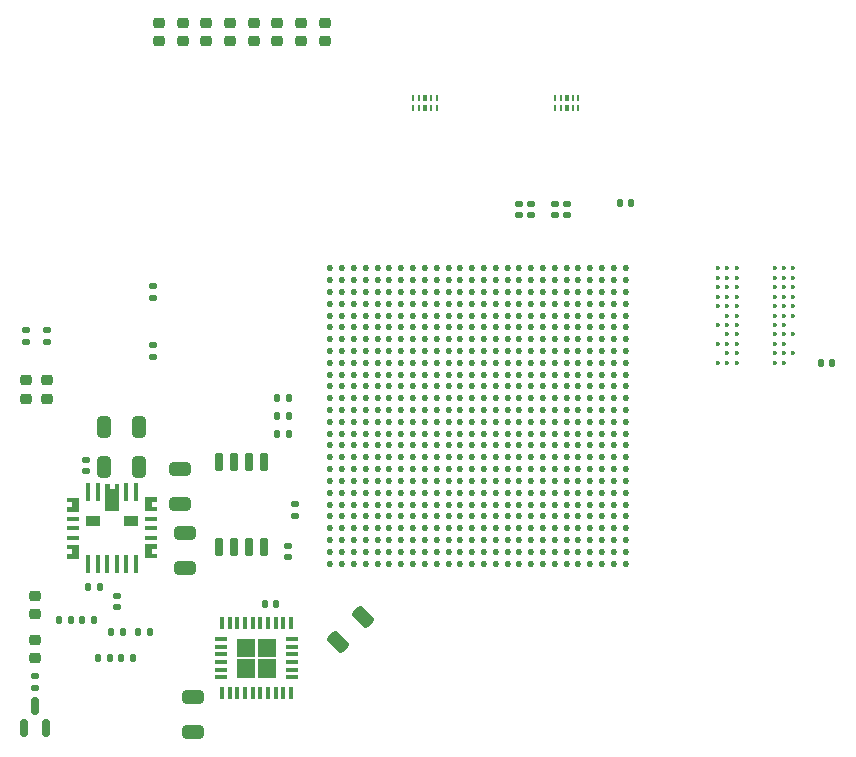
<source format=gtp>
G04 #@! TF.GenerationSoftware,KiCad,Pcbnew,6.0.11+dfsg-1*
G04 #@! TF.CreationDate,2023-08-05T12:29:55+02:00*
G04 #@! TF.ProjectId,kintex-pcie,6b696e74-6578-42d7-9063-69652e6b6963,rev?*
G04 #@! TF.SameCoordinates,Original*
G04 #@! TF.FileFunction,Paste,Top*
G04 #@! TF.FilePolarity,Positive*
%FSLAX46Y46*%
G04 Gerber Fmt 4.6, Leading zero omitted, Abs format (unit mm)*
G04 Created by KiCad (PCBNEW 6.0.11+dfsg-1) date 2023-08-05 12:29:55*
%MOMM*%
%LPD*%
G01*
G04 APERTURE LIST*
G04 Aperture macros list*
%AMRoundRect*
0 Rectangle with rounded corners*
0 $1 Rounding radius*
0 $2 $3 $4 $5 $6 $7 $8 $9 X,Y pos of 4 corners*
0 Add a 4 corners polygon primitive as box body*
4,1,4,$2,$3,$4,$5,$6,$7,$8,$9,$2,$3,0*
0 Add four circle primitives for the rounded corners*
1,1,$1+$1,$2,$3*
1,1,$1+$1,$4,$5*
1,1,$1+$1,$6,$7*
1,1,$1+$1,$8,$9*
0 Add four rect primitives between the rounded corners*
20,1,$1+$1,$2,$3,$4,$5,0*
20,1,$1+$1,$4,$5,$6,$7,0*
20,1,$1+$1,$6,$7,$8,$9,0*
20,1,$1+$1,$8,$9,$2,$3,0*%
%AMFreePoly0*
4,1,9,0.550000,-0.975000,-0.550000,-0.975000,-0.550000,-0.625000,-0.050000,-0.625000,-0.050000,-0.175000,-0.550000,-0.175000,-0.550000,0.175000,0.550000,0.175000,0.550000,-0.975000,0.550000,-0.975000,$1*%
%AMFreePoly1*
4,1,9,1.750000,-0.975000,-0.550000,-0.975000,-0.550000,-0.625000,-0.050000,-0.625000,-0.050000,-0.175000,-0.550000,-0.175000,-0.550000,0.175000,1.750000,0.175000,1.750000,-0.975000,1.750000,-0.975000,$1*%
G04 Aperture macros list end*
%ADD10RoundRect,0.135000X-0.135000X-0.185000X0.135000X-0.185000X0.135000X0.185000X-0.135000X0.185000X0*%
%ADD11RoundRect,0.135000X0.185000X-0.135000X0.185000X0.135000X-0.185000X0.135000X-0.185000X-0.135000X0*%
%ADD12RoundRect,0.135000X0.135000X0.185000X-0.135000X0.185000X-0.135000X-0.185000X0.135000X-0.185000X0*%
%ADD13RoundRect,0.218750X-0.256250X0.218750X-0.256250X-0.218750X0.256250X-0.218750X0.256250X0.218750X0*%
%ADD14R,0.250000X0.610000*%
%ADD15R,0.380000X0.610000*%
%ADD16C,0.530000*%
%ADD17RoundRect,0.218750X0.256250X-0.218750X0.256250X0.218750X-0.256250X0.218750X-0.256250X-0.218750X0*%
%ADD18RoundRect,0.140000X0.170000X-0.140000X0.170000X0.140000X-0.170000X0.140000X-0.170000X-0.140000X0*%
%ADD19RoundRect,0.250000X0.650000X-0.325000X0.650000X0.325000X-0.650000X0.325000X-0.650000X-0.325000X0*%
%ADD20RoundRect,0.250000X0.325000X0.650000X-0.325000X0.650000X-0.325000X-0.650000X0.325000X-0.650000X0*%
%ADD21R,0.990600X0.355600*%
%ADD22R,0.355600X0.990600*%
%ADD23RoundRect,0.140000X-0.140000X-0.170000X0.140000X-0.170000X0.140000X0.170000X-0.140000X0.170000X0*%
%ADD24RoundRect,0.135000X-0.185000X0.135000X-0.185000X-0.135000X0.185000X-0.135000X0.185000X0.135000X0*%
%ADD25RoundRect,0.150000X-0.150000X0.650000X-0.150000X-0.650000X0.150000X-0.650000X0.150000X0.650000X0*%
%ADD26FreePoly0,180.000000*%
%ADD27R,1.092200X0.355600*%
%ADD28R,0.355600X1.498600*%
%ADD29FreePoly1,270.000000*%
%ADD30FreePoly0,0.000000*%
%ADD31R,1.143000X0.812800*%
%ADD32RoundRect,0.140000X0.140000X0.170000X-0.140000X0.170000X-0.140000X-0.170000X0.140000X-0.170000X0*%
%ADD33RoundRect,0.150000X0.150000X-0.587500X0.150000X0.587500X-0.150000X0.587500X-0.150000X-0.587500X0*%
%ADD34C,0.360000*%
%ADD35RoundRect,0.140000X-0.170000X0.140000X-0.170000X-0.140000X0.170000X-0.140000X0.170000X0.140000X0*%
%ADD36RoundRect,0.250000X-0.650000X0.325000X-0.650000X-0.325000X0.650000X-0.325000X0.650000X0.325000X0*%
%ADD37RoundRect,0.250000X0.229810X-0.689429X0.689429X-0.229810X-0.229810X0.689429X-0.689429X0.229810X0*%
G04 APERTURE END LIST*
G36*
X68650000Y-105900000D02*
G01*
X67097400Y-105900000D01*
X67097400Y-104347400D01*
X68650000Y-104347400D01*
X68650000Y-105900000D01*
G37*
G36*
X70402600Y-105900000D02*
G01*
X68850000Y-105900000D01*
X68850000Y-104347400D01*
X70402600Y-104347400D01*
X70402600Y-105900000D01*
G37*
G36*
X68650000Y-107652600D02*
G01*
X67097400Y-107652600D01*
X67097400Y-106100000D01*
X68650000Y-106100000D01*
X68650000Y-107652600D01*
G37*
G36*
X70402600Y-107652600D02*
G01*
X68850000Y-107652600D01*
X68850000Y-106100000D01*
X70402600Y-106100000D01*
X70402600Y-107652600D01*
G37*
D10*
X51990000Y-102750000D03*
X53010000Y-102750000D03*
D11*
X60000000Y-80510000D03*
X60000000Y-79490000D03*
D12*
X58310000Y-106000000D03*
X57290000Y-106000000D03*
D10*
X56390000Y-103800000D03*
X57410000Y-103800000D03*
D13*
X72500000Y-52212500D03*
X72500000Y-53787500D03*
D14*
X94000000Y-59410000D03*
X94500000Y-59410000D03*
D15*
X95000000Y-59410000D03*
D14*
X95500000Y-59410000D03*
X96000000Y-59410000D03*
X96000000Y-58590000D03*
X95500000Y-58590000D03*
D15*
X95000000Y-58590000D03*
D14*
X94500000Y-58590000D03*
X94000000Y-58590000D03*
D13*
X66500000Y-52212500D03*
X66500000Y-53787500D03*
D10*
X53980000Y-102750000D03*
X55000000Y-102750000D03*
D14*
X82000000Y-59410000D03*
X82500000Y-59410000D03*
D15*
X83000000Y-59410000D03*
D14*
X83500000Y-59410000D03*
X84000000Y-59410000D03*
X84000000Y-58590000D03*
X83500000Y-58590000D03*
D15*
X83000000Y-58590000D03*
D14*
X82500000Y-58590000D03*
X82000000Y-58590000D03*
D16*
X100000000Y-98000000D03*
X99000000Y-98000000D03*
X98000000Y-98000000D03*
X97000000Y-98000000D03*
X96000000Y-98000000D03*
X95000000Y-98000000D03*
X94000000Y-98000000D03*
X93000000Y-98000000D03*
X92000000Y-98000000D03*
X91000000Y-98000000D03*
X90000000Y-98000000D03*
X89000000Y-98000000D03*
X88000000Y-98000000D03*
X87000000Y-98000000D03*
X86000000Y-98000000D03*
X85000000Y-98000000D03*
X84000000Y-98000000D03*
X83000000Y-98000000D03*
X82000000Y-98000000D03*
X81000000Y-98000000D03*
X80000000Y-98000000D03*
X79000000Y-98000000D03*
X78000000Y-98000000D03*
X77000000Y-98000000D03*
X76000000Y-98000000D03*
X75000000Y-98000000D03*
X100000000Y-78000000D03*
X99000000Y-78000000D03*
X98000000Y-78000000D03*
X97000000Y-78000000D03*
X96000000Y-78000000D03*
X95000000Y-78000000D03*
X94000000Y-78000000D03*
X93000000Y-78000000D03*
X92000000Y-78000000D03*
X91000000Y-78000000D03*
X90000000Y-78000000D03*
X89000000Y-78000000D03*
X88000000Y-78000000D03*
X87000000Y-78000000D03*
X86000000Y-78000000D03*
X85000000Y-78000000D03*
X84000000Y-78000000D03*
X83000000Y-78000000D03*
X82000000Y-78000000D03*
X81000000Y-78000000D03*
X80000000Y-78000000D03*
X79000000Y-78000000D03*
X78000000Y-78000000D03*
X77000000Y-78000000D03*
X76000000Y-78000000D03*
X75000000Y-78000000D03*
X100000000Y-77000000D03*
X99000000Y-77000000D03*
X98000000Y-77000000D03*
X97000000Y-77000000D03*
X96000000Y-77000000D03*
X95000000Y-77000000D03*
X94000000Y-77000000D03*
X93000000Y-77000000D03*
X92000000Y-77000000D03*
X91000000Y-77000000D03*
X90000000Y-77000000D03*
X89000000Y-77000000D03*
X88000000Y-77000000D03*
X87000000Y-77000000D03*
X86000000Y-77000000D03*
X85000000Y-77000000D03*
X84000000Y-77000000D03*
X83000000Y-77000000D03*
X82000000Y-77000000D03*
X81000000Y-77000000D03*
X80000000Y-77000000D03*
X79000000Y-77000000D03*
X78000000Y-77000000D03*
X77000000Y-77000000D03*
X76000000Y-77000000D03*
X75000000Y-77000000D03*
X100000000Y-76000000D03*
X99000000Y-76000000D03*
X98000000Y-76000000D03*
X97000000Y-76000000D03*
X96000000Y-76000000D03*
X95000000Y-76000000D03*
X94000000Y-76000000D03*
X93000000Y-76000000D03*
X92000000Y-76000000D03*
X91000000Y-76000000D03*
X90000000Y-76000000D03*
X89000000Y-76000000D03*
X88000000Y-76000000D03*
X87000000Y-76000000D03*
X86000000Y-76000000D03*
X85000000Y-76000000D03*
X84000000Y-76000000D03*
X83000000Y-76000000D03*
X82000000Y-76000000D03*
X81000000Y-76000000D03*
X80000000Y-76000000D03*
X79000000Y-76000000D03*
X78000000Y-76000000D03*
X77000000Y-76000000D03*
X76000000Y-76000000D03*
X75000000Y-76000000D03*
X100000000Y-75000000D03*
X99000000Y-75000000D03*
X98000000Y-75000000D03*
X97000000Y-75000000D03*
X96000000Y-75000000D03*
X95000000Y-75000000D03*
X94000000Y-75000000D03*
X93000000Y-75000000D03*
X92000000Y-75000000D03*
X91000000Y-75000000D03*
X90000000Y-75000000D03*
X89000000Y-75000000D03*
X88000000Y-75000000D03*
X87000000Y-75000000D03*
X86000000Y-75000000D03*
X85000000Y-75000000D03*
X84000000Y-75000000D03*
X83000000Y-75000000D03*
X82000000Y-75000000D03*
X81000000Y-75000000D03*
X80000000Y-75000000D03*
X79000000Y-75000000D03*
X78000000Y-75000000D03*
X77000000Y-75000000D03*
X76000000Y-75000000D03*
X75000000Y-75000000D03*
X100000000Y-74000000D03*
X99000000Y-74000000D03*
X98000000Y-74000000D03*
X97000000Y-74000000D03*
X96000000Y-74000000D03*
X95000000Y-74000000D03*
X94000000Y-74000000D03*
X93000000Y-74000000D03*
X92000000Y-74000000D03*
X91000000Y-74000000D03*
X90000000Y-74000000D03*
X89000000Y-74000000D03*
X88000000Y-74000000D03*
X87000000Y-74000000D03*
X86000000Y-74000000D03*
X85000000Y-74000000D03*
X84000000Y-74000000D03*
X83000000Y-74000000D03*
X82000000Y-74000000D03*
X81000000Y-74000000D03*
X80000000Y-74000000D03*
X79000000Y-74000000D03*
X78000000Y-74000000D03*
X77000000Y-74000000D03*
X76000000Y-74000000D03*
X75000000Y-74000000D03*
X100000000Y-73000000D03*
X99000000Y-73000000D03*
X98000000Y-73000000D03*
X97000000Y-73000000D03*
X96000000Y-73000000D03*
X95000000Y-73000000D03*
X94000000Y-73000000D03*
X93000000Y-73000000D03*
X92000000Y-73000000D03*
X91000000Y-73000000D03*
X90000000Y-73000000D03*
X89000000Y-73000000D03*
X88000000Y-73000000D03*
X87000000Y-73000000D03*
X86000000Y-73000000D03*
X85000000Y-73000000D03*
X84000000Y-73000000D03*
X83000000Y-73000000D03*
X82000000Y-73000000D03*
X81000000Y-73000000D03*
X80000000Y-73000000D03*
X79000000Y-73000000D03*
X78000000Y-73000000D03*
X77000000Y-73000000D03*
X76000000Y-73000000D03*
X75000000Y-73000000D03*
X100000000Y-97000000D03*
X99000000Y-97000000D03*
X98000000Y-97000000D03*
X97000000Y-97000000D03*
X96000000Y-97000000D03*
X95000000Y-97000000D03*
X94000000Y-97000000D03*
X93000000Y-97000000D03*
X92000000Y-97000000D03*
X91000000Y-97000000D03*
X90000000Y-97000000D03*
X89000000Y-97000000D03*
X88000000Y-97000000D03*
X87000000Y-97000000D03*
X86000000Y-97000000D03*
X85000000Y-97000000D03*
X84000000Y-97000000D03*
X83000000Y-97000000D03*
X82000000Y-97000000D03*
X81000000Y-97000000D03*
X80000000Y-97000000D03*
X79000000Y-97000000D03*
X78000000Y-97000000D03*
X77000000Y-97000000D03*
X76000000Y-97000000D03*
X75000000Y-97000000D03*
X100000000Y-96000000D03*
X99000000Y-96000000D03*
X98000000Y-96000000D03*
X97000000Y-96000000D03*
X96000000Y-96000000D03*
X95000000Y-96000000D03*
X94000000Y-96000000D03*
X93000000Y-96000000D03*
X92000000Y-96000000D03*
X91000000Y-96000000D03*
X90000000Y-96000000D03*
X89000000Y-96000000D03*
X88000000Y-96000000D03*
X87000000Y-96000000D03*
X86000000Y-96000000D03*
X85000000Y-96000000D03*
X84000000Y-96000000D03*
X83000000Y-96000000D03*
X82000000Y-96000000D03*
X81000000Y-96000000D03*
X80000000Y-96000000D03*
X79000000Y-96000000D03*
X78000000Y-96000000D03*
X77000000Y-96000000D03*
X76000000Y-96000000D03*
X75000000Y-96000000D03*
X100000000Y-95000000D03*
X99000000Y-95000000D03*
X98000000Y-95000000D03*
X97000000Y-95000000D03*
X96000000Y-95000000D03*
X95000000Y-95000000D03*
X94000000Y-95000000D03*
X93000000Y-95000000D03*
X92000000Y-95000000D03*
X91000000Y-95000000D03*
X90000000Y-95000000D03*
X89000000Y-95000000D03*
X88000000Y-95000000D03*
X87000000Y-95000000D03*
X86000000Y-95000000D03*
X85000000Y-95000000D03*
X84000000Y-95000000D03*
X83000000Y-95000000D03*
X82000000Y-95000000D03*
X81000000Y-95000000D03*
X80000000Y-95000000D03*
X79000000Y-95000000D03*
X78000000Y-95000000D03*
X77000000Y-95000000D03*
X76000000Y-95000000D03*
X75000000Y-95000000D03*
X100000000Y-94000000D03*
X99000000Y-94000000D03*
X98000000Y-94000000D03*
X97000000Y-94000000D03*
X96000000Y-94000000D03*
X95000000Y-94000000D03*
X94000000Y-94000000D03*
X93000000Y-94000000D03*
X92000000Y-94000000D03*
X91000000Y-94000000D03*
X90000000Y-94000000D03*
X89000000Y-94000000D03*
X88000000Y-94000000D03*
X87000000Y-94000000D03*
X86000000Y-94000000D03*
X85000000Y-94000000D03*
X84000000Y-94000000D03*
X83000000Y-94000000D03*
X82000000Y-94000000D03*
X81000000Y-94000000D03*
X80000000Y-94000000D03*
X79000000Y-94000000D03*
X78000000Y-94000000D03*
X77000000Y-94000000D03*
X76000000Y-94000000D03*
X75000000Y-94000000D03*
X100000000Y-93000000D03*
X99000000Y-93000000D03*
X98000000Y-93000000D03*
X97000000Y-93000000D03*
X96000000Y-93000000D03*
X95000000Y-93000000D03*
X94000000Y-93000000D03*
X93000000Y-93000000D03*
X92000000Y-93000000D03*
X91000000Y-93000000D03*
X90000000Y-93000000D03*
X89000000Y-93000000D03*
X88000000Y-93000000D03*
X87000000Y-93000000D03*
X86000000Y-93000000D03*
X85000000Y-93000000D03*
X84000000Y-93000000D03*
X83000000Y-93000000D03*
X82000000Y-93000000D03*
X81000000Y-93000000D03*
X80000000Y-93000000D03*
X79000000Y-93000000D03*
X78000000Y-93000000D03*
X77000000Y-93000000D03*
X76000000Y-93000000D03*
X75000000Y-93000000D03*
X100000000Y-92000000D03*
X99000000Y-92000000D03*
X98000000Y-92000000D03*
X97000000Y-92000000D03*
X96000000Y-92000000D03*
X95000000Y-92000000D03*
X94000000Y-92000000D03*
X93000000Y-92000000D03*
X92000000Y-92000000D03*
X91000000Y-92000000D03*
X90000000Y-92000000D03*
X89000000Y-92000000D03*
X88000000Y-92000000D03*
X87000000Y-92000000D03*
X86000000Y-92000000D03*
X85000000Y-92000000D03*
X84000000Y-92000000D03*
X83000000Y-92000000D03*
X82000000Y-92000000D03*
X81000000Y-92000000D03*
X80000000Y-92000000D03*
X79000000Y-92000000D03*
X78000000Y-92000000D03*
X77000000Y-92000000D03*
X76000000Y-92000000D03*
X75000000Y-92000000D03*
X100000000Y-91000000D03*
X99000000Y-91000000D03*
X98000000Y-91000000D03*
X97000000Y-91000000D03*
X96000000Y-91000000D03*
X95000000Y-91000000D03*
X94000000Y-91000000D03*
X93000000Y-91000000D03*
X92000000Y-91000000D03*
X91000000Y-91000000D03*
X90000000Y-91000000D03*
X89000000Y-91000000D03*
X88000000Y-91000000D03*
X87000000Y-91000000D03*
X86000000Y-91000000D03*
X85000000Y-91000000D03*
X84000000Y-91000000D03*
X83000000Y-91000000D03*
X82000000Y-91000000D03*
X81000000Y-91000000D03*
X80000000Y-91000000D03*
X79000000Y-91000000D03*
X78000000Y-91000000D03*
X77000000Y-91000000D03*
X76000000Y-91000000D03*
X75000000Y-91000000D03*
X100000000Y-90000000D03*
X99000000Y-90000000D03*
X98000000Y-90000000D03*
X97000000Y-90000000D03*
X96000000Y-90000000D03*
X95000000Y-90000000D03*
X94000000Y-90000000D03*
X93000000Y-90000000D03*
X92000000Y-90000000D03*
X91000000Y-90000000D03*
X90000000Y-90000000D03*
X89000000Y-90000000D03*
X88000000Y-90000000D03*
X87000000Y-90000000D03*
X86000000Y-90000000D03*
X85000000Y-90000000D03*
X84000000Y-90000000D03*
X83000000Y-90000000D03*
X82000000Y-90000000D03*
X81000000Y-90000000D03*
X80000000Y-90000000D03*
X79000000Y-90000000D03*
X78000000Y-90000000D03*
X77000000Y-90000000D03*
X76000000Y-90000000D03*
X75000000Y-90000000D03*
X100000000Y-89000000D03*
X99000000Y-89000000D03*
X98000000Y-89000000D03*
X97000000Y-89000000D03*
X96000000Y-89000000D03*
X95000000Y-89000000D03*
X94000000Y-89000000D03*
X93000000Y-89000000D03*
X92000000Y-89000000D03*
X91000000Y-89000000D03*
X90000000Y-89000000D03*
X89000000Y-89000000D03*
X88000000Y-89000000D03*
X87000000Y-89000000D03*
X86000000Y-89000000D03*
X85000000Y-89000000D03*
X84000000Y-89000000D03*
X83000000Y-89000000D03*
X82000000Y-89000000D03*
X81000000Y-89000000D03*
X80000000Y-89000000D03*
X79000000Y-89000000D03*
X78000000Y-89000000D03*
X77000000Y-89000000D03*
X76000000Y-89000000D03*
X75000000Y-89000000D03*
X100000000Y-88000000D03*
X99000000Y-88000000D03*
X98000000Y-88000000D03*
X97000000Y-88000000D03*
X96000000Y-88000000D03*
X95000000Y-88000000D03*
X94000000Y-88000000D03*
X93000000Y-88000000D03*
X92000000Y-88000000D03*
X91000000Y-88000000D03*
X90000000Y-88000000D03*
X89000000Y-88000000D03*
X88000000Y-88000000D03*
X87000000Y-88000000D03*
X86000000Y-88000000D03*
X85000000Y-88000000D03*
X84000000Y-88000000D03*
X83000000Y-88000000D03*
X82000000Y-88000000D03*
X81000000Y-88000000D03*
X80000000Y-88000000D03*
X79000000Y-88000000D03*
X78000000Y-88000000D03*
X77000000Y-88000000D03*
X76000000Y-88000000D03*
X75000000Y-88000000D03*
X100000000Y-87000000D03*
X99000000Y-87000000D03*
X98000000Y-87000000D03*
X97000000Y-87000000D03*
X96000000Y-87000000D03*
X95000000Y-87000000D03*
X94000000Y-87000000D03*
X93000000Y-87000000D03*
X92000000Y-87000000D03*
X91000000Y-87000000D03*
X90000000Y-87000000D03*
X89000000Y-87000000D03*
X88000000Y-87000000D03*
X87000000Y-87000000D03*
X86000000Y-87000000D03*
X85000000Y-87000000D03*
X84000000Y-87000000D03*
X83000000Y-87000000D03*
X82000000Y-87000000D03*
X81000000Y-87000000D03*
X80000000Y-87000000D03*
X79000000Y-87000000D03*
X78000000Y-87000000D03*
X77000000Y-87000000D03*
X76000000Y-87000000D03*
X75000000Y-87000000D03*
X100000000Y-86000000D03*
X99000000Y-86000000D03*
X98000000Y-86000000D03*
X97000000Y-86000000D03*
X96000000Y-86000000D03*
X95000000Y-86000000D03*
X94000000Y-86000000D03*
X93000000Y-86000000D03*
X92000000Y-86000000D03*
X91000000Y-86000000D03*
X90000000Y-86000000D03*
X89000000Y-86000000D03*
X88000000Y-86000000D03*
X87000000Y-86000000D03*
X86000000Y-86000000D03*
X85000000Y-86000000D03*
X84000000Y-86000000D03*
X83000000Y-86000000D03*
X82000000Y-86000000D03*
X81000000Y-86000000D03*
X80000000Y-86000000D03*
X79000000Y-86000000D03*
X78000000Y-86000000D03*
X77000000Y-86000000D03*
X76000000Y-86000000D03*
X75000000Y-86000000D03*
X100000000Y-85000000D03*
X99000000Y-85000000D03*
X98000000Y-85000000D03*
X97000000Y-85000000D03*
X96000000Y-85000000D03*
X95000000Y-85000000D03*
X94000000Y-85000000D03*
X93000000Y-85000000D03*
X92000000Y-85000000D03*
X91000000Y-85000000D03*
X90000000Y-85000000D03*
X89000000Y-85000000D03*
X88000000Y-85000000D03*
X87000000Y-85000000D03*
X86000000Y-85000000D03*
X85000000Y-85000000D03*
X84000000Y-85000000D03*
X83000000Y-85000000D03*
X82000000Y-85000000D03*
X81000000Y-85000000D03*
X80000000Y-85000000D03*
X79000000Y-85000000D03*
X78000000Y-85000000D03*
X77000000Y-85000000D03*
X76000000Y-85000000D03*
X75000000Y-85000000D03*
X100000000Y-84000000D03*
X99000000Y-84000000D03*
X98000000Y-84000000D03*
X97000000Y-84000000D03*
X96000000Y-84000000D03*
X95000000Y-84000000D03*
X94000000Y-84000000D03*
X93000000Y-84000000D03*
X92000000Y-84000000D03*
X91000000Y-84000000D03*
X90000000Y-84000000D03*
X89000000Y-84000000D03*
X88000000Y-84000000D03*
X87000000Y-84000000D03*
X86000000Y-84000000D03*
X85000000Y-84000000D03*
X84000000Y-84000000D03*
X83000000Y-84000000D03*
X82000000Y-84000000D03*
X81000000Y-84000000D03*
X80000000Y-84000000D03*
X79000000Y-84000000D03*
X78000000Y-84000000D03*
X77000000Y-84000000D03*
X76000000Y-84000000D03*
X75000000Y-84000000D03*
X100000000Y-83000000D03*
X99000000Y-83000000D03*
X98000000Y-83000000D03*
X97000000Y-83000000D03*
X96000000Y-83000000D03*
X95000000Y-83000000D03*
X94000000Y-83000000D03*
X93000000Y-83000000D03*
X92000000Y-83000000D03*
X91000000Y-83000000D03*
X90000000Y-83000000D03*
X89000000Y-83000000D03*
X88000000Y-83000000D03*
X87000000Y-83000000D03*
X86000000Y-83000000D03*
X85000000Y-83000000D03*
X84000000Y-83000000D03*
X83000000Y-83000000D03*
X82000000Y-83000000D03*
X81000000Y-83000000D03*
X80000000Y-83000000D03*
X79000000Y-83000000D03*
X78000000Y-83000000D03*
X77000000Y-83000000D03*
X76000000Y-83000000D03*
X75000000Y-83000000D03*
X100000000Y-82000000D03*
X99000000Y-82000000D03*
X98000000Y-82000000D03*
X97000000Y-82000000D03*
X96000000Y-82000000D03*
X95000000Y-82000000D03*
X94000000Y-82000000D03*
X93000000Y-82000000D03*
X92000000Y-82000000D03*
X91000000Y-82000000D03*
X90000000Y-82000000D03*
X89000000Y-82000000D03*
X88000000Y-82000000D03*
X87000000Y-82000000D03*
X86000000Y-82000000D03*
X85000000Y-82000000D03*
X84000000Y-82000000D03*
X83000000Y-82000000D03*
X82000000Y-82000000D03*
X81000000Y-82000000D03*
X80000000Y-82000000D03*
X79000000Y-82000000D03*
X78000000Y-82000000D03*
X77000000Y-82000000D03*
X76000000Y-82000000D03*
X75000000Y-82000000D03*
X100000000Y-81000000D03*
X99000000Y-81000000D03*
X98000000Y-81000000D03*
X97000000Y-81000000D03*
X96000000Y-81000000D03*
X95000000Y-81000000D03*
X94000000Y-81000000D03*
X93000000Y-81000000D03*
X92000000Y-81000000D03*
X91000000Y-81000000D03*
X90000000Y-81000000D03*
X89000000Y-81000000D03*
X88000000Y-81000000D03*
X87000000Y-81000000D03*
X86000000Y-81000000D03*
X85000000Y-81000000D03*
X84000000Y-81000000D03*
X83000000Y-81000000D03*
X82000000Y-81000000D03*
X81000000Y-81000000D03*
X80000000Y-81000000D03*
X79000000Y-81000000D03*
X78000000Y-81000000D03*
X77000000Y-81000000D03*
X76000000Y-81000000D03*
X75000000Y-81000000D03*
X100000000Y-80000000D03*
X99000000Y-80000000D03*
X98000000Y-80000000D03*
X97000000Y-80000000D03*
X96000000Y-80000000D03*
X95000000Y-80000000D03*
X94000000Y-80000000D03*
X93000000Y-80000000D03*
X92000000Y-80000000D03*
X91000000Y-80000000D03*
X90000000Y-80000000D03*
X89000000Y-80000000D03*
X88000000Y-80000000D03*
X87000000Y-80000000D03*
X86000000Y-80000000D03*
X85000000Y-80000000D03*
X84000000Y-80000000D03*
X83000000Y-80000000D03*
X82000000Y-80000000D03*
X81000000Y-80000000D03*
X80000000Y-80000000D03*
X79000000Y-80000000D03*
X78000000Y-80000000D03*
X77000000Y-80000000D03*
X76000000Y-80000000D03*
X75000000Y-80000000D03*
X100000000Y-79000000D03*
X99000000Y-79000000D03*
X98000000Y-79000000D03*
X97000000Y-79000000D03*
X96000000Y-79000000D03*
X95000000Y-79000000D03*
X94000000Y-79000000D03*
X93000000Y-79000000D03*
X92000000Y-79000000D03*
X91000000Y-79000000D03*
X90000000Y-79000000D03*
X89000000Y-79000000D03*
X88000000Y-79000000D03*
X87000000Y-79000000D03*
X86000000Y-79000000D03*
X85000000Y-79000000D03*
X84000000Y-79000000D03*
X83000000Y-79000000D03*
X82000000Y-79000000D03*
X81000000Y-79000000D03*
X80000000Y-79000000D03*
X79000000Y-79000000D03*
X78000000Y-79000000D03*
X77000000Y-79000000D03*
X76000000Y-79000000D03*
X75000000Y-79000000D03*
D17*
X50000000Y-106037500D03*
X50000000Y-104462500D03*
D12*
X56310000Y-106000000D03*
X55290000Y-106000000D03*
D13*
X60500000Y-52212500D03*
X60500000Y-53787500D03*
D18*
X56900000Y-101680000D03*
X56900000Y-100720000D03*
D19*
X62230000Y-92915000D03*
X62230000Y-89965000D03*
D20*
X58775000Y-86400000D03*
X55825000Y-86400000D03*
D18*
X54300000Y-90180000D03*
X54300000Y-89220000D03*
D12*
X71510000Y-87000000D03*
X70490000Y-87000000D03*
D21*
X65765500Y-104374999D03*
X65765500Y-105025001D03*
X65765500Y-105674999D03*
X65765500Y-106325001D03*
X65765500Y-106974999D03*
X65765500Y-107625001D03*
D22*
X65825000Y-108984500D03*
X66475001Y-108984500D03*
X67124999Y-108984500D03*
X67775001Y-108984500D03*
X68424999Y-108984500D03*
X69075001Y-108984500D03*
X69724999Y-108984500D03*
X70375001Y-108984500D03*
X71024999Y-108984500D03*
X71675000Y-108984500D03*
D21*
X71734500Y-107625001D03*
X71734500Y-106974999D03*
X71734500Y-106325001D03*
X71734500Y-105674999D03*
X71734500Y-105025001D03*
X71734500Y-104374999D03*
D22*
X71675000Y-103015500D03*
X71024999Y-103015500D03*
X70375001Y-103015500D03*
X69724999Y-103015500D03*
X69075001Y-103015500D03*
X68424999Y-103015500D03*
X67775001Y-103015500D03*
X67124999Y-103015500D03*
X66475001Y-103015500D03*
X65825000Y-103015500D03*
D23*
X99520000Y-67500000D03*
X100480000Y-67500000D03*
D24*
X60000000Y-74490000D03*
X60000000Y-75510000D03*
D18*
X95000000Y-68480000D03*
X95000000Y-67520000D03*
D25*
X69405000Y-89400000D03*
X68135000Y-89400000D03*
X66865000Y-89400000D03*
X65595000Y-89400000D03*
X65595000Y-96600000D03*
X66865000Y-96600000D03*
X68135000Y-96600000D03*
X69405000Y-96600000D03*
D26*
X59799998Y-97400000D03*
D27*
X59799998Y-95800001D03*
X59799998Y-95000000D03*
X59799998Y-94199999D03*
D26*
X59799998Y-93400001D03*
D28*
X58500250Y-91949968D03*
X57700150Y-91949968D03*
D29*
X56900000Y-91750000D03*
D28*
X55299850Y-91949968D03*
X54499750Y-91949968D03*
D30*
X53200002Y-92600000D03*
D27*
X53200002Y-94199999D03*
X53200002Y-95000000D03*
X53200002Y-95800001D03*
D30*
X53200002Y-96599999D03*
D28*
X54500001Y-98049999D03*
X55300000Y-98049999D03*
X56100001Y-98049999D03*
X56899999Y-98049999D03*
X57700000Y-98049999D03*
X58500001Y-98049999D03*
D31*
X58099999Y-94424944D03*
X54900001Y-94424944D03*
D11*
X49250000Y-79260000D03*
X49250000Y-78240000D03*
D20*
X58775000Y-89800000D03*
X55825000Y-89800000D03*
D32*
X70380000Y-101400000D03*
X69420000Y-101400000D03*
D12*
X71510000Y-85500000D03*
X70490000Y-85500000D03*
D13*
X62500000Y-52212500D03*
X62500000Y-53787500D03*
D11*
X51000000Y-79260000D03*
X51000000Y-78240000D03*
D13*
X49250000Y-82462500D03*
X49250000Y-84037500D03*
D12*
X71510000Y-84000000D03*
X70490000Y-84000000D03*
D18*
X94000000Y-68480000D03*
X94000000Y-67520000D03*
D13*
X64500000Y-52212500D03*
X64500000Y-53787500D03*
D24*
X72000000Y-92990000D03*
X72000000Y-94010000D03*
D10*
X58690000Y-103800000D03*
X59710000Y-103800000D03*
D13*
X68500000Y-52212500D03*
X68500000Y-53787500D03*
X51000000Y-82462500D03*
X51000000Y-84037500D03*
D24*
X50000000Y-107490000D03*
X50000000Y-108510000D03*
D33*
X49050000Y-111937500D03*
X50950000Y-111937500D03*
X50000000Y-110062500D03*
D34*
X107800000Y-73000000D03*
X108600000Y-73000000D03*
X109400000Y-73000000D03*
X112600000Y-73000000D03*
X113400000Y-73000000D03*
X114200000Y-73000000D03*
X107800000Y-73800000D03*
X108600000Y-73800000D03*
X109400000Y-73800000D03*
X112600000Y-73800000D03*
X113400000Y-73800000D03*
X114200000Y-73800000D03*
X107800000Y-74600000D03*
X108600000Y-74600000D03*
X109400000Y-74600000D03*
X112600000Y-74600000D03*
X113400000Y-74600000D03*
X114200000Y-74600000D03*
X107800000Y-75400000D03*
X108600000Y-75400000D03*
X109400000Y-75400000D03*
X112600000Y-75400000D03*
X113400000Y-75400000D03*
X114200000Y-75400000D03*
X107800000Y-76200000D03*
X108600000Y-76200000D03*
X109400000Y-76200000D03*
X112600000Y-76200000D03*
X113400000Y-76200000D03*
X114200000Y-76200000D03*
X108600000Y-77000000D03*
X109400000Y-77000000D03*
X112600000Y-77000000D03*
X113400000Y-77000000D03*
X114200000Y-77000000D03*
X107800000Y-77800000D03*
X108600000Y-77800000D03*
X109400000Y-77800000D03*
X112600000Y-77800000D03*
X113400000Y-77800000D03*
X108600000Y-78600000D03*
X109400000Y-78600000D03*
X112600000Y-78600000D03*
X113400000Y-78600000D03*
X114200000Y-78600000D03*
X107800000Y-79400000D03*
X108600000Y-79400000D03*
X109400000Y-79400000D03*
X112600000Y-79400000D03*
X113400000Y-79400000D03*
X108600000Y-80200000D03*
X109400000Y-80200000D03*
X112600000Y-80200000D03*
X113400000Y-80200000D03*
X114200000Y-80200000D03*
X107800000Y-81000000D03*
X108600000Y-81000000D03*
X109400000Y-81000000D03*
X112600000Y-81000000D03*
X113400000Y-81000000D03*
D13*
X70500000Y-52212500D03*
X70500000Y-53787500D03*
X50000000Y-100712500D03*
X50000000Y-102287500D03*
X74500000Y-52212500D03*
X74500000Y-53787500D03*
D35*
X71400000Y-96520000D03*
X71400000Y-97480000D03*
D18*
X92000000Y-68480000D03*
X92000000Y-67520000D03*
D36*
X62700000Y-95425000D03*
X62700000Y-98375000D03*
D12*
X55510000Y-100000000D03*
X54490000Y-100000000D03*
D37*
X75657017Y-104642983D03*
X77742983Y-102557017D03*
D23*
X116520000Y-81000000D03*
X117480000Y-81000000D03*
D18*
X91000000Y-68480000D03*
X91000000Y-67520000D03*
D36*
X63400000Y-109325000D03*
X63400000Y-112275000D03*
M02*

</source>
